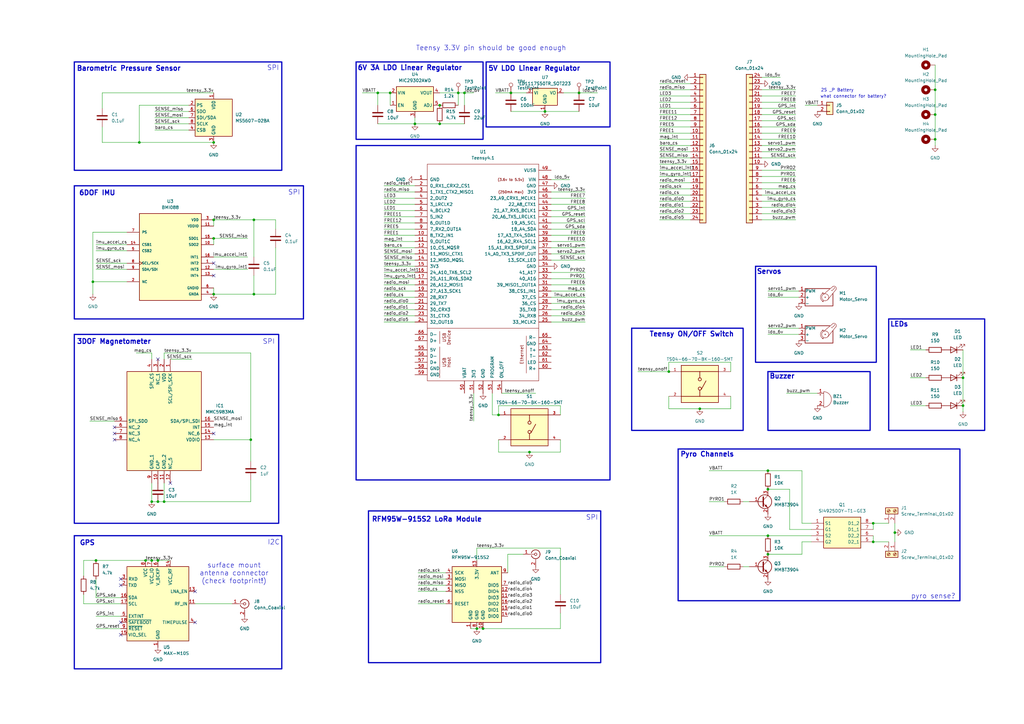
<source format=kicad_sch>
(kicad_sch (version 20231120) (generator "eeschema") (generator_version "8.0")
  (paper "A3")
  (junction (at 64.77 229.87))
  (junction (at 67.31 205.74))
  (junction (at 383.54 46.99))
  (junction (at 287.02 167.64))
  (junction (at 38.1 115.57))
  (junction (at 104.14 90.17))
  (junction (at 87.63 90.17))
  (junction (at 59.69 229.87))
  (junction (at 102.87 180.34))
  (junction (at 190.5 38.1))
  (junction (at 383.54 36.83))
  (junction (at 195.58 257.81))
  (junction (at 170.18 50.8))
  (junction (at 314.96 200.66))
  (junction (at 209.55 38.1))
  (junction (at 180.34 50.8))
  (junction (at 160.02 38.1))
  (junction (at 87.63 120.65))
  (junction (at 204.47 170.18))
  (junction (at 358.14 214.63))
  (junction (at 62.23 229.87))
  (junction (at 274.32 152.4))
  (junction (at 314.96 227.33))
  (junction (at 87.63 58.42))
  (junction (at 187.96 38.1))
  (junction (at 62.23 205.74))
  (junction (at 104.14 120.65))
  (junction (at 39.37 229.87))
  (junction (at 180.34 43.18))
  (junction (at 217.17 185.42))
  (junction (at 383.54 57.15))
  (junction (at 237.49 38.1))
  (junction (at 394.97 154.94))
  (junction (at 314.96 193.04))
  (junction (at 64.77 205.74))
  (junction (at 394.97 166.37))
  (junction (at 87.63 97.79))
  (junction (at 57.15 58.42))
  (junction (at 367.03 218.44))
  (junction (at 154.94 38.1))
  (junction (at 198.12 257.81))
  (junction (at 314.96 219.71))
  (junction (at 223.52 45.72))
  (junction (at 358.14 222.25))
  (no_connect (at 49.53 237.49))
  (no_connect (at 80.01 255.27))
  (no_connect (at 49.53 240.03))
  (no_connect (at 46.99 175.26))
  (no_connect (at 69.85 198.12))
  (no_connect (at 46.99 180.34))
  (no_connect (at 80.01 242.57))
  (no_connect (at 87.63 113.03))
  (no_connect (at 87.63 177.8))
  (no_connect (at 49.53 255.27))
  (no_connect (at 46.99 177.8))
  (no_connect (at 87.63 107.95))
  (no_connect (at 64.77 147.32))
  (no_connect (at 49.53 260.35))
  (wire (pts (xy 57.15 58.42) (xy 87.63 58.42)))
  (wire (pts (xy 171.45 247.65) (xy 182.88 247.65)))
  (wire (pts (xy 326.39 82.55) (xy 312.42 82.55)))
  (wire (pts (xy 326.39 64.77) (xy 312.42 64.77)))
  (wire (pts (xy 312.42 69.85) (xy 326.39 69.85)))
  (wire (pts (xy 101.6 105.41) (xy 87.63 105.41)))
  (wire (pts (xy 312.42 85.09) (xy 326.39 85.09)))
  (wire (pts (xy 226.06 127) (xy 240.03 127)))
  (wire (pts (xy 299.72 167.64) (xy 299.72 162.56)))
  (wire (pts (xy 383.54 46.99) (xy 383.54 57.15)))
  (wire (pts (xy 157.48 119.38) (xy 170.18 119.38)))
  (wire (pts (xy 312.42 41.91) (xy 326.39 41.91)))
  (wire (pts (xy 270.51 36.83) (xy 283.21 36.83)))
  (wire (pts (xy 187.96 38.1) (xy 180.34 38.1)))
  (wire (pts (xy 157.48 101.6) (xy 170.18 101.6)))
  (wire (pts (xy 226.06 104.14) (xy 240.03 104.14)))
  (wire (pts (xy 312.42 57.15) (xy 326.39 57.15)))
  (wire (pts (xy 240.03 91.44) (xy 226.06 91.44)))
  (wire (pts (xy 314.96 121.92) (xy 327.66 121.92)))
  (wire (pts (xy 328.93 222.25) (xy 332.74 222.25)))
  (wire (pts (xy 34.29 229.87) (xy 39.37 229.87)))
  (wire (pts (xy 38.1 115.57) (xy 52.07 115.57)))
  (wire (pts (xy 157.48 106.68) (xy 170.18 106.68)))
  (wire (pts (xy 195.58 224.79) (xy 195.58 229.87)))
  (wire (pts (xy 240.03 124.46) (xy 226.06 124.46)))
  (wire (pts (xy 383.54 59.69) (xy 383.54 57.15)))
  (wire (pts (xy 157.48 78.74) (xy 170.18 78.74)))
  (wire (pts (xy 323.85 200.66) (xy 314.96 200.66)))
  (wire (pts (xy 367.03 214.63) (xy 367.03 218.44)))
  (wire (pts (xy 226.06 96.52) (xy 240.03 96.52)))
  (wire (pts (xy 157.48 121.92) (xy 170.18 121.92)))
  (wire (pts (xy 190.5 38.1) (xy 194.31 38.1)))
  (wire (pts (xy 194.31 161.29) (xy 194.31 172.72)))
  (wire (pts (xy 270.51 54.61) (xy 283.21 54.61)))
  (wire (pts (xy 104.14 90.17) (xy 104.14 105.41)))
  (wire (pts (xy 208.28 227.33) (xy 208.28 234.95)))
  (wire (pts (xy 383.54 36.83) (xy 383.54 46.99)))
  (wire (pts (xy 229.87 251.46) (xy 229.87 257.81)))
  (wire (pts (xy 62.23 144.78) (xy 62.23 147.32)))
  (wire (pts (xy 312.42 39.37) (xy 326.39 39.37)))
  (wire (pts (xy 328.93 222.25) (xy 328.93 227.33)))
  (wire (pts (xy 299.72 152.4) (xy 299.72 148.59)))
  (wire (pts (xy 171.45 234.95) (xy 182.88 234.95)))
  (wire (pts (xy 80.01 247.65) (xy 95.25 247.65)))
  (wire (pts (xy 209.55 45.72) (xy 223.52 45.72)))
  (wire (pts (xy 274.32 167.64) (xy 287.02 167.64)))
  (wire (pts (xy 39.37 229.87) (xy 59.69 229.87)))
  (wire (pts (xy 245.11 38.1) (xy 237.49 38.1)))
  (wire (pts (xy 102.87 180.34) (xy 102.87 144.78)))
  (wire (pts (xy 358.14 219.71) (xy 358.14 222.25)))
  (wire (pts (xy 157.48 91.44) (xy 170.18 91.44)))
  (wire (pts (xy 55.88 144.78) (xy 62.23 144.78)))
  (wire (pts (xy 270.51 52.07) (xy 283.21 52.07)))
  (wire (pts (xy 104.14 120.65) (xy 87.63 120.65)))
  (wire (pts (xy 102.87 205.74) (xy 67.31 205.74)))
  (wire (pts (xy 383.54 26.67) (xy 383.54 36.83)))
  (wire (pts (xy 157.48 81.28) (xy 170.18 81.28)))
  (wire (pts (xy 59.69 229.87) (xy 62.23 229.87)))
  (wire (pts (xy 270.51 46.99) (xy 283.21 46.99)))
  (wire (pts (xy 113.03 90.17) (xy 113.03 93.98)))
  (wire (pts (xy 160.02 38.1) (xy 160.02 43.18)))
  (wire (pts (xy 205.74 161.29) (xy 219.71 161.29)))
  (wire (pts (xy 157.48 76.2) (xy 170.18 76.2)))
  (wire (pts (xy 157.48 109.22) (xy 170.18 109.22)))
  (wire (pts (xy 63.5 45.72) (xy 77.47 45.72)))
  (wire (pts (xy 314.96 219.71) (xy 332.74 219.71)))
  (wire (pts (xy 171.45 237.49) (xy 182.88 237.49)))
  (wire (pts (xy 290.83 219.71) (xy 314.96 219.71)))
  (wire (pts (xy 39.37 102.87) (xy 52.07 102.87)))
  (wire (pts (xy 226.06 83.82) (xy 240.03 83.82)))
  (wire (pts (xy 312.42 77.47) (xy 326.39 77.47)))
  (wire (pts (xy 270.51 39.37) (xy 283.21 39.37)))
  (wire (pts (xy 394.97 154.94) (xy 394.97 166.37)))
  (wire (pts (xy 240.03 93.98) (xy 226.06 93.98)))
  (wire (pts (xy 226.06 119.38) (xy 240.03 119.38)))
  (wire (pts (xy 157.48 83.82) (xy 170.18 83.82)))
  (wire (pts (xy 157.48 132.08) (xy 170.18 132.08)))
  (wire (pts (xy 312.42 62.23) (xy 326.39 62.23)))
  (wire (pts (xy 157.48 104.14) (xy 170.18 104.14)))
  (wire (pts (xy 52.07 95.25) (xy 38.1 95.25)))
  (wire (pts (xy 154.94 50.8) (xy 170.18 50.8)))
  (wire (pts (xy 226.06 129.54) (xy 240.03 129.54)))
  (wire (pts (xy 226.06 99.06) (xy 240.03 99.06)))
  (wire (pts (xy 104.14 90.17) (xy 113.03 90.17)))
  (wire (pts (xy 312.42 36.83) (xy 326.39 36.83)))
  (wire (pts (xy 64.77 229.87) (xy 69.85 229.87)))
  (wire (pts (xy 87.63 90.17) (xy 104.14 90.17)))
  (wire (pts (xy 270.51 67.31) (xy 283.21 67.31)))
  (wire (pts (xy 226.06 73.66) (xy 233.68 73.66)))
  (wire (pts (xy 270.51 74.93) (xy 283.21 74.93)))
  (wire (pts (xy 171.45 242.57) (xy 182.88 242.57)))
  (wire (pts (xy 34.29 247.65) (xy 49.53 247.65)))
  (wire (pts (xy 39.37 100.33) (xy 52.07 100.33)))
  (wire (pts (xy 270.51 80.01) (xy 283.21 80.01)))
  (wire (pts (xy 39.37 237.49) (xy 39.37 245.11)))
  (wire (pts (xy 157.48 86.36) (xy 170.18 86.36)))
  (wire (pts (xy 358.14 214.63) (xy 358.14 217.17)))
  (wire (pts (xy 270.51 57.15) (xy 283.21 57.15)))
  (wire (pts (xy 270.51 49.53) (xy 283.21 49.53)))
  (wire (pts (xy 326.39 52.07) (xy 312.42 52.07)))
  (wire (pts (xy 41.91 38.1) (xy 87.63 38.1)))
  (wire (pts (xy 62.23 198.12) (xy 62.23 205.74)))
  (wire (pts (xy 41.91 58.42) (xy 41.91 52.07)))
  (wire (pts (xy 304.8 232.41) (xy 307.34 232.41)))
  (wire (pts (xy 270.51 34.29) (xy 283.21 34.29)))
  (wire (pts (xy 240.03 88.9) (xy 226.06 88.9)))
  (wire (pts (xy 190.5 38.1) (xy 187.96 38.1)))
  (wire (pts (xy 240.03 86.36) (xy 226.06 86.36)))
  (wire (pts (xy 154.94 38.1) (xy 160.02 38.1)))
  (wire (pts (xy 323.85 217.17) (xy 323.85 200.66)))
  (wire (pts (xy 229.87 170.18) (xy 229.87 166.37)))
  (wire (pts (xy 229.87 257.81) (xy 198.12 257.81)))
  (wire (pts (xy 63.5 50.8) (xy 77.47 50.8)))
  (wire (pts (xy 39.37 257.81) (xy 49.53 257.81)))
  (wire (pts (xy 328.93 214.63) (xy 328.93 193.04)))
  (wire (pts (xy 102.87 205.74) (xy 102.87 196.85)))
  (wire (pts (xy 270.51 41.91) (xy 283.21 41.91)))
  (wire (pts (xy 223.52 45.72) (xy 237.49 45.72)))
  (wire (pts (xy 240.03 121.92) (xy 226.06 121.92)))
  (wire (pts (xy 102.87 144.78) (xy 67.31 144.78)))
  (wire (pts (xy 326.39 80.01) (xy 312.42 80.01)))
  (wire (pts (xy 312.42 87.63) (xy 326.39 87.63)))
  (wire (pts (xy 157.48 96.52) (xy 170.18 96.52)))
  (wire (pts (xy 330.2 43.18) (xy 335.28 43.18)))
  (wire (pts (xy 78.74 147.32) (xy 69.85 147.32)))
  (wire (pts (xy 231.14 38.1) (xy 237.49 38.1)))
  (wire (pts (xy 180.34 50.8) (xy 190.5 50.8)))
  (wire (pts (xy 39.37 245.11) (xy 49.53 245.11)))
  (wire (pts (xy 328.93 227.33) (xy 314.96 227.33)))
  (wire (pts (xy 312.42 31.75) (xy 320.04 31.75)))
  (wire (pts (xy 157.48 93.98) (xy 170.18 93.98)))
  (wire (pts (xy 261.62 152.4) (xy 274.32 152.4)))
  (wire (pts (xy 270.51 82.55) (xy 283.21 82.55)))
  (wire (pts (xy 314.96 193.04) (xy 328.93 193.04)))
  (wire (pts (xy 226.06 111.76) (xy 240.03 111.76)))
  (wire (pts (xy 204.47 166.37) (xy 204.47 170.18)))
  (wire (pts (xy 195.58 224.79) (xy 229.87 224.79)))
  (wire (pts (xy 270.51 87.63) (xy 283.21 87.63)))
  (wire (pts (xy 39.37 107.95) (xy 52.07 107.95)))
  (wire (pts (xy 373.38 166.37) (xy 379.73 166.37)))
  (wire (pts (xy 154.94 38.1) (xy 154.94 43.18)))
  (wire (pts (xy 314.96 134.62) (xy 327.66 134.62)))
  (wire (pts (xy 326.39 44.45) (xy 312.42 44.45)))
  (wire (pts (xy 157.48 129.54) (xy 170.18 129.54)))
  (wire (pts (xy 67.31 144.78) (xy 67.31 147.32)))
  (wire (pts (xy 304.8 205.74) (xy 307.34 205.74)))
  (wire (pts (xy 270.51 59.69) (xy 283.21 59.69)))
  (wire (pts (xy 190.5 38.1) (xy 190.5 43.18)))
  (wire (pts (xy 226.06 114.3) (xy 240.03 114.3)))
  (wire (pts (xy 87.63 97.79) (xy 87.63 100.33)))
  (wire (pts (xy 328.93 214.63) (xy 332.74 214.63)))
  (wire (pts (xy 274.32 148.59) (xy 274.32 152.4)))
  (wire (pts (xy 34.29 236.22) (xy 34.29 229.87)))
  (wire (pts (xy 157.48 124.46) (xy 170.18 124.46)))
  (wire (pts (xy 270.51 69.85) (xy 283.21 69.85)))
  (wire (pts (xy 326.39 49.53) (xy 312.42 49.53)))
  (wire (pts (xy 312.42 74.93) (xy 326.39 74.93)))
  (wire (pts (xy 217.17 185.42) (xy 229.87 185.42)))
  (wire (pts (xy 171.45 240.03) (xy 182.88 240.03)))
  (wire (pts (xy 195.58 257.81) (xy 198.12 257.81)))
  (wire (pts (xy 226.06 78.74) (xy 240.03 78.74)))
  (wire (pts (xy 287.02 167.64) (xy 299.72 167.64)))
  (wire (pts (xy 38.1 95.25) (xy 38.1 115.57)))
  (wire (pts (xy 34.29 243.84) (xy 34.29 247.65)))
  (wire (pts (xy 102.87 189.23) (xy 102.87 180.34)))
  (wire (pts (xy 101.6 97.79) (xy 87.63 97.79)))
  (wire (pts (xy 201.93 170.18) (xy 201.93 161.29)))
  (wire (pts (xy 229.87 224.79) (xy 229.87 243.84)))
  (wire (pts (xy 157.48 111.76) (xy 170.18 111.76)))
  (wire (pts (xy 187.96 38.1) (xy 187.96 43.18)))
  (wire (pts (xy 104.14 113.03) (xy 104.14 120.65)))
  (wire (pts (xy 290.83 205.74) (xy 297.18 205.74)))
  (wire (pts (xy 312.42 54.61) (xy 326.39 54.61)))
  (wire (pts (xy 204.47 185.42) (xy 217.17 185.42)))
  (wire (pts (xy 290.83 193.04) (xy 314.96 193.04)))
  (wire (pts (xy 270.51 72.39) (xy 283.21 72.39)))
  (wire (pts (xy 208.28 227.33) (xy 214.63 227.33)))
  (wire (pts (xy 270.51 62.23) (xy 283.21 62.23)))
  (wire (pts (xy 358.14 214.63) (xy 364.49 214.63)))
  (wire (pts (xy 77.47 43.18) (xy 57.15 43.18)))
  (wire (pts (xy 274.32 162.56) (xy 274.32 167.64)))
  (wire (pts (xy 87.63 90.17) (xy 87.63 92.71)))
  (wire (pts (xy 41.91 58.42) (xy 57.15 58.42)))
  (wire (pts (xy 209.55 38.1) (xy 215.9 38.1)))
  (wire (pts (xy 394.97 168.91) (xy 394.97 166.37)))
  (wire (pts (xy 204.47 180.34) (xy 204.47 185.42)))
  (wire (pts (xy 226.06 116.84) (xy 240.03 116.84)))
  (wire (pts (xy 229.87 180.34) (xy 229.87 185.42)))
  (wire (pts (xy 170.18 50.8) (xy 180.34 50.8)))
  (wire (pts (xy 290.83 232.41) (xy 297.18 232.41)))
  (wire (pts (xy 326.39 90.17) (xy 312.42 90.17)))
  (wire (pts (xy 373.38 143.51) (xy 379.73 143.51)))
  (wire (pts (xy 373.38 154.94) (xy 379.73 154.94)))
  (wire (pts (xy 367.03 218.44) (xy 367.03 222.25)))
  (wire (pts (xy 157.48 127) (xy 170.18 127)))
  (wire (pts (xy 101.6 110.49) (xy 87.63 110.49)))
  (wire (pts (xy 229.87 166.37) (xy 204.47 166.37)))
  (wire (pts (xy 394.97 143.51) (xy 394.97 154.94)))
  (wire (pts (xy 157.48 116.84) (xy 170.18 116.84)))
  (wire (pts (xy 312.42 72.39) (xy 326.39 72.39)))
  (wire (pts (xy 170.18 50.8) (xy 170.18 48.26)))
  (wire (pts (xy 67.31 205.74) (xy 67.31 198.12)))
  (wire (pts (xy 41.91 38.1) (xy 41.91 44.45)))
  (wire (pts (xy 270.51 85.09) (xy 283.21 85.09)))
  (wire (pts (xy 87.63 180.34) (xy 102.87 180.34)))
  (wire (pts (xy 203.2 38.1) (xy 209.55 38.1)))
  (wire (pts (xy 38.1 120.65) (xy 38.1 115.57)))
  (wire (pts (xy 64.77 205.74) (xy 67.31 205.74)))
  (wire (pts (xy 270.51 64.77) (xy 283.21 64.77)))
  (wire (pts (xy 314.96 119.38) (xy 327.66 119.38)))
  (wire (pts (xy 226.06 101.6) (xy 240.03 101.6)))
  (wire (pts (xy 274.32 148.59) (xy 299.72 148.59)))
  (wire (pts (xy 157.48 88.9) (xy 170.18 88.9)))
  (wire (pts (xy 226.06 81.28) (xy 240.03 81.28)))
  (wire (pts (xy 62.23 205.74) (xy 64.77 205.74)))
  (wire (pts (xy 157.48 114.3) (xy 170.18 114.3)))
  (wire (pts (xy 201.93 170.18) (xy 204.47 170.18)))
  (wire (pts (xy 113.03 101.6) (xy 113.03 120.65)))
  (wire (pts (xy 270.51 90.17) (xy 283.21 90.17)))
  (wire (pts (xy 57.15 43.18) (xy 57.15 58.42)))
  (wire (pts (xy 332.74 217.17) (xy 323.85 217.17)))
  (wire (pts (xy 63.5 48.26) (xy 77.47 48.26)))
  (wire (pts (xy 314.96 137.16) (xy 327.66 137.16)))
  (wire (pts (xy 87.63 118.11) (xy 87.63 120.65)))
  (wire (pts (xy 240.03 106.68) (xy 226.06 106.68)))
  (wire (pts (xy 148.59 38.1) (xy 154.94 38.1)))
  (wire (pts (xy 39.37 110.49) (xy 52.07 110.49)))
  (wire (pts (xy 326.39 46.99) (xy 312.42 46.99)))
  (wire (pts (xy 113.03 120.65) (xy 104.14 120.65)))
  (wire (pts (xy 270.51 77.47) (xy 283.21 77.47)))
  (wire (pts (xy 62.23 229.87) (xy 64.77 229.87)))
  (wire (pts (xy 39.37 252.73) (xy 49.53 252.73)))
  (wire (pts (xy 240.03 132.08) (xy 226.06 132.08)))
  (wire (pts (xy 193.04 257.81) (xy 195.58 257.81)))
  (wire (pts (xy 322.58 161.29) (xy 335.28 161.29)))
  (wire (pts (xy 157.48 99.06) (xy 170.18 99.06)))
  (wire (pts (xy 312.42 59.69) (xy 326.39 59.69)))
  (wire (pts (xy 63.5 53.34) (xy 77.47 53.34)))
  (wire (pts (xy 270.51 44.45) (xy 283.21 44.45)))
  (wire (pts (xy 358.14 222.25) (xy 364.49 222.25)))
  (wire (pts (xy 36.83 172.72) (xy 46.99 172.72)))
  (rectangle (start 278.13 184.15) (end 393.7 246.38) (stroke (width 0.5)))
  (rectangle (start 314.96 152.4) (end 356.87 176.53) (stroke (width 0.5)))
  (rectangle (start 30.48 137.16) (end 114.3 214.63) (stroke (width 0.5)))
  (rectangle (start 30.48 25.4) (end 115.57 69.85) (stroke (width 0.5)))
  (rectangle (start 146.05 59.69) (end 250.19 196.85) (stroke (width 0.5)))
  (rectangle (start 259.08 134.62) (end 304.8 176.53) (stroke (width 0.5)))
  (rectangle (start 30.48 219.71) (end 115.57 274.32) (stroke (width 0.5)))
  (rectangle (start 151.13 209.55) (end 246.38 271.78) (stroke (width 0.5)))
  (rectangle (start 30.48 76.2) (end 124.46 130.81) (stroke (width 0.5)))
  (rectangle (start 199.39 25.4) (end 250.19 52.07) (stroke (width 0.5)))
  (rectangle (start 364.49 130.81) (end 403.86 176.53) (stroke (width 0.5)))
  (rectangle (start 146.05 25.4) (end 198.12 57.15) (stroke (width 0.5)))
  (rectangle (start 309.88 109.22) (end 359.41 148.59) (stroke (width 0.5)))
  (text "SPI" (at 112.014 27.94 0) (effects (font (size 2 2))))
  (text "5V LDO Linear Regulator" (at 200.152 28.194 0) (effects (font (size 2 2) (thickness 0.4) (bold yes)) (justify left)))
  (text "SPI" (at 110.236 140.208 0) (effects (font (size 2 2))))
  (text "LEDs" (at 368.808 133.096 0) (effects (font (size 2 2) (thickness 0.4) (bold yes))))
  (text "GPS" (at 35.814 222.758 0) (effects (font (size 2 2) (thickness 0.4) (bold yes))))
  (text "SPI" (at 120.65 78.994 0) (effects (font (size 2 2))))
  (text "Barometric Pressure Sensor\n" (at 52.832 28.194 0) (effects (font (size 2 2) (thickness 0.4) (bold yes))))
  (text "surface mount\nantenna connector\n(check footprint!)\n" (at 96.012 235.204 0) (effects (font (size 2 2))))
  (text "pyro sense?" (at 382.778 244.602 0) (effects (font (size 2 2))))
  (text "SPI" (at 242.824 212.344 0) (effects (font (size 2 2))))
  (text "2S _P Battery" (at 343.408 37.084 0) (effects (font (size 1.27 1.27))))
  (text "Teensy 3.3V pin should be good enough" (at 201.422 19.812 0) (effects (font (size 2 2))))
  (text "3DOF Magnetometer\n" (at 46.736 140.208 0) (effects (font (size 2 2) (thickness 0.4) (bold yes))))
  (text "6DOF IMU" (at 39.878 79.248 0) (effects (font (size 2 2) (thickness 0.4) (bold yes))))
  (text "Servos\n" (at 315.468 111.506 0) (effects (font (size 2 2) (thickness 0.4) (bold yes))))
  (text "Teensy ON/OFF Switch" (at 283.718 137.16 0) (effects (font (size 2 2) (thickness 0.4) (bold yes))))
  (text "Buzzer" (at 320.802 154.432 0) (effects (font (size 2 2) (thickness 0.4) (bold yes))))
  (text "RFM95W-915S2 LoRa Module" (at 152.4 213.106 0) (effects (font (size 2 2) (thickness 0.4) (bold yes)) (justify left)))
  (text "what connector for battery?" (at 350.012 39.624 0) (effects (font (size 1.27 1.27))))
  (text "Pyro Channels" (at 290.068 186.436 0) (effects (font (size 2 2) (thickness 0.4) (bold yes))))
  (text "I2C" (at 112.268 222.504 0) (effects (font (size 2 2))))
  (text "6V 3A LDO Linear Regulator" (at 146.558 27.94 0) (effects (font (size 2 2) (thickness 0.4) (bold yes)) (justify left)))
  (label "GPS_sda" (at 240.03 93.98 180))
  (label "FREE12" (at 157.48 91.44 0))
  (label "LED3" (at 373.38 166.37 0))
  (label "radio_cs" (at 157.48 121.92 0))
  (label "ldo_5v" (at 233.68 73.66 180))
  (label "FREE9" (at 326.39 54.61 180))
  (label "radio_reset" (at 171.45 247.65 0))
  (label "teensy_3.3v" (at 59.69 229.87 0))
  (label "SENSE_miso" (at 101.6 97.79 180))
  (label "GPS_int" (at 240.03 86.36 180))
  (label "VBATT" (at 290.83 219.71 0))
  (label "radio_dio0" (at 208.28 252.73 0))
  (label "imu_gyro_cs" (at 240.03 124.46 180))
  (label "radio_dio2" (at 208.28 247.65 0))
  (label "radio_dio2" (at 157.48 129.54 0))
  (label "GPS_int" (at 39.37 252.73 0))
  (label "teensy_3.3v" (at 194.31 172.72 90))
  (label "FREE1" (at 270.51 54.61 0))
  (label "FREE5" (at 270.51 52.07 0))
  (label "radio_mosi" (at 270.51 74.93 0))
  (label "ldo_5v" (at 245.11 38.1 180))
  (label "LED2" (at 373.38 154.94 0))
  (label "radio_dio5" (at 157.48 132.08 0))
  (label "GPS_sda" (at 39.37 245.11 0))
  (label "imu_gyro_int1" (at 270.51 72.39 0))
  (label "VBATT" (at 148.59 38.1 0))
  (label "radio_mosi" (at 157.48 116.84 0))
  (label "mag_cs" (at 240.03 119.38 180))
  (label "GPS_scl" (at 240.03 91.44 180))
  (label "GPS_sda" (at 326.39 52.07 180))
  (label "PYRO2" (at 240.03 111.76 180))
  (label "radio_dio0" (at 270.51 82.55 0))
  (label "baro_cs" (at 157.48 101.6 0))
  (label "servo1_pwm" (at 326.39 59.69 180))
  (label "SENSE_mosi" (at 39.37 110.49 0))
  (label "imu_accel_int1" (at 157.48 111.76 0))
  (label "FREE8" (at 326.39 41.91 180))
  (label "radio_dio4" (at 240.03 127 180))
  (label "SENSE_mosi" (at 63.5 48.26 0))
  (label "FREE9" (at 240.03 96.52 180))
  (label "teensy_3.3v" (at 157.48 109.22 0))
  (label "SENSE_sck" (at 240.03 106.68 180))
  (label "LED1" (at 157.48 86.36 0))
  (label "PYRO1" (at 240.03 114.3 180))
  (label "teensy_3.3v" (at 87.63 38.1 180))
  (label "radio_dio3" (at 208.28 245.11 0))
  (label "imu_accel_cs" (at 240.03 121.92 180))
  (label "GPS_reset" (at 240.03 88.9 180))
  (label "LED1" (at 373.38 143.51 0))
  (label "FREE7" (at 326.39 39.37 180))
  (label "servo2_pwm" (at 314.96 134.62 0))
  (label "teensy_onoff" (at 261.62 152.4 0))
  (label "radio_sck" (at 157.48 119.38 0))
  (label "LED1" (at 270.51 44.45 0))
  (label "radio_dio5" (at 270.51 90.17 0))
  (label "GPS_reset" (at 326.39 46.99 180))
  (label "FREE11" (at 270.51 46.99 0))
  (label "SENSE_miso" (at 270.51 64.77 0))
  (label "servo1_pwm" (at 240.03 101.6 180))
  (label "mag_cs" (at 326.39 77.47 180))
  (label "radio_cs" (at 270.51 80.01 0))
  (label "SENSE_sck" (at 63.5 50.8 0))
  (label "imu_gyro_cs" (at 326.39 82.55 180))
  (label "teensy_3.3v" (at 240.03 78.74 180))
  (label "imu_accel_cs" (at 39.37 100.33 0))
  (label "radio_dio0" (at 157.48 124.46 0))
  (label "SENSE_mosi" (at 270.51 62.23 0))
  (label "radio_sck" (at 270.51 77.47 0))
  (label "radio_miso" (at 157.48 78.74 0))
  (label "teensy_3.3v" (at 67.31 144.78 0))
  (label "imu_gyro_int1" (at 157.48 114.3 0))
  (label "radio_dio1" (at 270.51 85.09 0))
  (label "FREE12" (at 270.51 49.53 0))
  (label "radio_dio2" (at 270.51 87.63 0))
  (label "baro_cs" (at 63.5 53.34 0))
  (label "FREE5" (at 157.48 93.98 0))
  (label "imu_accel_cs" (at 326.39 80.01 180))
  (label "PYRO1" (at 326.39 72.39 180))
  (label "SENSE_mosi" (at 157.48 104.14 0))
  (label "radio_cs" (at 171.45 242.57 0))
  (label "servo2_pwm" (at 326.39 62.23 180))
  (label "mag_cs" (at 62.23 144.78 180))
  (label "LED2" (at 157.48 83.82 0))
  (label "PYRO2" (at 326.39 69.85 180))
  (label "FREE10" (at 326.39 57.15 180))
  (label "imu_accel_int1" (at 270.51 69.85 0))
  (label "GPS_scl" (at 39.37 247.65 0))
  (label "buzz_pwm" (at 326.39 90.17 180))
  (label "mag_int" (at 270.51 57.15 0))
  (label "LED2" (at 270.51 41.91 0))
  (label "buzz_pwm" (at 322.58 161.29 0))
  (label "FREE6" (at 326.39 74.93 180))
  (label "mag_int" (at 87.63 175.26 0))
  (label "imu_gyro_int1" (at 101.6 110.49 180))
  (label "VBATT" (at 203.2 38.1 0))
  (label "GPS_int" (at 326.39 44.45 180))
  (label "radio_dio4" (at 326.39 85.09 180))
  (label "PYRO1" (at 290.83 205.74 0))
  (label "ldo_6v" (at 190.5 38.1 0))
  (label "LED3" (at 157.48 81.28 0))
  (label "FREE1" (at 157.48 96.52 0))
  (label "teensy_3.3v" (at 270.51 67.31 0))
  (label "servo1_pwm" (at 314.96 119.38 0))
  (label "SENSE_miso" (at 36.83 172.72 0))
  (label "SENSE_miso" (at 157.48 106.68 0))
  (label "ldo_6v" (at 314.96 121.92 0))
  (label "VBATT" (at 330.2 43.18 0))
  (label "SENSE_sck" (at 326.39 64.77 180))
  (label "baro_cs" (at 270.51 59.69 0))
  (label "teensy_onoff" (at 207.01 161.29 0))
  (label "radio_miso" (at 171.45 240.03 0))
  (label "mag_int" (at 157.48 99.06 0))
  (label "GPS_reset" (at 39.37 257.81 0))
  (label "radio_reset" (at 270.51 34.29 0))
  (label "SENSE_miso" (at 63.5 45.72 0))
  (label "FREE7" (at 240.03 81.28 180))
  (label "radio_miso" (at 270.51 36.83 0))
  (label "imu_gyro_cs" (at 39.37 102.87 0))
  (label "buzz_pwm" (at 240.03 132.08 180))
  (label "LED3" (at 270.51 39.37 0))
  (label "radio_dio1" (at 208.28 250.19 0))
  (label "radio_dio3" (at 326.39 87.63 180))
  (label "SENSE_mosi" (at 87.63 172.72 0))
  (label "radio_dio5" (at 208.28 240.03 0))
  (label "PYRO2" (at 290.83 232.41 0))
  (label "imu_accel_int1" (at 101.6 105.41 180))
  (label "teensy_3.3v" (at 87.63 90.17 0))
  (label "SENSE_sck" (at 78.74 147.32 180))
  (label "GPS_scl" (at 326.39 49.53 180))
  (label "radio_mosi" (at 171.45 237.49 0))
  (label "ldo_6v" (at 314.96 137.16 0))
  (label "servo2_pwm" (at 240.03 104.14 180))
  (label "radio_reset" (at 157.48 76.2 0))
  (label "FREE6" (at 240.03 116.84 180))
  (label "radio_dio3" (at 240.03 129.54 180))
  (label "FREE10" (at 240.03 99.06 180))
  (label "FREE8" (at 240.03 83.82 180))
  (label "radio_dio1" (at 157.48 127 0))
  (label "SENSE_sck" (at 39.37 107.95 0))
  (label "teensy_3.3v" (at 326.39 36.83 180))
  (label "VBATT" (at 290.83 193.04 0))
  (label "teensy_3.3v" (at 195.58 224.79 0))
  (label "FREE11" (at 157.48 88.9 0))
  (label "radio_sck" (at 171.45 234.95 0))
  (label "ldo_5v" (at 320.04 31.75 180))
  (label "radio_dio4" (at 208.28 242.57 0))
  (symbol (lib_id "HPRsymbols:Teensy4.1") (at 198.12 128.27 0) (unit 1)
    (property "Reference" "U1" (at 198.12 62.23 0))
    (property "Value" "Teensy4.1" (at 198.12 64.77 0))
    (property "Footprint" "HPRfootprints:Teensy41" (effects (hide yes)))
  )
  (symbol (lib_id "Regulator_Linear:LD1117S50TR_SOT223") (at 223.52 38.1 0) (unit 1)
    (property "Reference" "U7" (at 223.52 31.75 0))
    (property "Value" "LD1117S50TR_SOT223" (at 223.52 34.29 0))
    (property "Footprint" "Package_TO_SOT_SMD:SOT-223-3_TabPin2" (effects (hide yes)))
    (property "Datasheet" "http://www.st.com/st-web-ui/static/active/en/resource/technical/document/datasheet/CD00000544.pdf" (effects (hide yes)))
    (property "Description" "800mA Fixed Low Drop Positive Voltage Regulator, Fixed Output 5.0V, SOT-223" (effects (hide yes)))
  )
  (symbol (lib_id "power:GND") (at 335.28 45.72 0) (unit 1)
    (property "Reference" "#PWR019" (effects (hide yes)))
    (property "Value" "GND" (at 335.28 50.8 0))
    (property "Description" "Power symbol creates a global label with name \"GND\" , ground" (effects (hide yes)))
  )
  (symbol (lib_id "power:GND") (at 38.1 120.65 0) (unit 1)
    (property "Reference" "#PWR09" (effects (hide yes)))
    (property "Value" "GND" (at 38.1 125.73 0))
    (property "Description" "Power symbol creates a global label with name \"GND\" , ground" (effects (hide yes)))
  )
  (symbol (lib_id "Device:C") (at 104.14 109.22 0) (unit 1)
    (property "Reference" "C5" (at 107.95 107.9499 0) (effects (justify left)))
    (property "Value" "0.1uF" (at 107.95 110.4899 0) (effects (justify left)))
    (property "Footprint" "Capacitor_SMD:C_0201_0603Metric_Pad0.64x0.40mm_HandSolder" (effects (hide yes)))
    (property "Description" "Unpolarized capacitor" (effects (hide yes)))
  )
  (symbol (lib_id "RF_Module:RFM95W-915S2") (at 195.58 242.57 0) (unit 1)
    (property "Reference" "U6" (at 185.166 226.06 0) (effects (justify left)))
    (property "Value" "RFM95W-915S2" (at 185.166 228.6 0) (effects (justify left)))
    (property "Footprint" "RF_Module:HOPERF_RFM9XW_SMD" (effects (hide yes)))
    (property "Datasheet" "https://www.hoperf.com/data/upload/portal/20181127/5bfcbea20e9ef.pdf" (effects (hide yes)))
    (property "Description" "Low power long range transceiver module, SPI and parallel interface, 915 MHz, spreading factor 6 to12, bandwidth 7.8 to 500kHz, -111 to -148 dBm, SMD-16, DIP-16" (effects (hide yes)))
  )
  (symbol (lib_id "power:GND") (at 62.23 205.74 0) (unit 1)
    (property "Reference" "#PWR04" (effects (hide yes)))
    (property "Value" "GND" (at 62.23 210.82 0))
    (property "Description" "Power symbol creates a global label with name \"GND\" , ground" (effects (hide yes)))
  )
  (symbol (lib_id "power:GND") (at 87.63 58.42 0) (unit 1)
    (property "Reference" "#PWR02" (effects (hide yes)))
    (property "Value" "GND" (at 87.63 63.5 0))
    (property "Description" "Power symbol creates a global label with name \"GND\" , ground" (effects (hide yes)))
  )
  (symbol (lib_id "HPRsymbols:TS04-66-70-BK-160-SMT") (at 287.02 157.48 0) (unit 1)
    (property "Reference" "S2" (at 287.02 144.78 0))
    (property "Value" "TS04-66-70-BK-160-SMT" (at 287.02 147.32 0))
    (property "Footprint" "HPRfootprints:SW_TS04-66-70-BK-160-SMT" (effects (hide yes)))
    (property "PARTREV" "1.0" (effects (hide yes)))
    (property "MANUFACTURER" "CUI Devices" (effects (hide yes)))
    (property "STANDARD" "Manufacturer Recommendations" (effects (hide yes)))
  )
  (symbol (lib_id "power:GND") (at 226.06 76.2 90) (unit 1)
    (property "Reference" "#PWR012" (effects (hide yes)))
    (property "Value" "GND" (at 229.87 76.1999 90) (effects (justify right)))
    (property "Description" "Power symbol creates a global label with name \"GND\" , ground" (effects (hide yes)))
  )
  (symbol (lib_id "Device:LED") (at 391.16 143.51 180) (unit 1)
    (property "Reference" "D1" (at 392.7475 135.89 0))
    (property "Value" "LED" (at 392.7475 138.43 0))
    (property "Footprint" "LED_SMD:LED_0201_0603Metric_Pad0.64x0.40mm_HandSolder" (effects (hide yes)))
    (property "Description" "Light emitting diode" (effects (hide yes)))
  )
  (symbol (lib_id "power:GND") (at 314.96 237.49 0) (unit 1)
    (property "Reference" "#PWR06" (effects (hide yes)))
    (property "Value" "GND" (at 314.96 242.57 0))
    (property "Description" "Power symbol creates a global label with name \"GND\" , ground" (effects (hide yes)))
  )
  (symbol (lib_id "power:GND") (at 335.28 166.37 0) (unit 1)
    (property "Reference" "#PWR020" (effects (hide yes)))
    (property "Value" "GND" (at 335.28 171.45 0))
    (property "Description" "Power symbol creates a global label with name \"GND\" , ground" (effects (hide yes)))
  )
  (symbol (lib_id "Device:C") (at 237.49 41.91 0) (unit 1)
    (property "Reference" "C7" (at 241.3 40.6399 0) (effects (justify left)))
    (property "Value" "10uF" (at 241.3 43.1799 0) (effects (justify left)))
    (property "Footprint" "Capacitor_SMD:C_0201_0603Metric_Pad0.64x0.40mm_HandSolder" (effects (hide yes)))
    (property "Description" "Unpolarized capacitor" (effects (hide yes)))
  )
  (symbol (lib_id "Transistor_BJT:MMBT3904") (at 312.42 205.74 0) (unit 1)
    (property "Reference" "Q2" (at 317.5 204.4699 0) (effects (justify left)))
    (property "Value" "MMBT3904" (at 317.5 207.0099 0) (effects (justify left)))
    (property "Footprint" "Package_TO_SOT_SMD:SOT-23" (effects (hide yes)))
    (property "Datasheet" "https://www.onsemi.com/pdf/datasheet/pzt3904-d.pdf" (effects (hide yes)))
    (property "Description" "0.2A Ic, 40V Vce, Small Signal NPN Transistor, SOT-23" (effects (hide yes)))
  )
  (symbol (lib_id "HPRsymbols:TS04-66-70-BK-160-SMT") (at 217.17 175.26 0) (unit 1)
    (property "Reference" "S1" (at 217.17 162.56 0))
    (property "Value" "TS04-66-70-BK-160-SMT" (at 217.17 165.1 0))
    (property "Footprint" "HPRfootprints:SW_TS04-66-70-BK-160-SMT" (effects (hide yes)))
    (property "PARTREV" "1.0" (effects (hide yes)))
    (property "MANUFACTURER" "CUI Devices" (effects (hide yes)))
    (property "STANDARD" "Manufacturer Recommendations" (effects (hide yes)))
  )
  (symbol (lib_id "HPRsymbols:SI4925DDY-T1-GE3") (at 332.74 214.63 0) (unit 1)
    (property "Reference" "Q1" (at 345.44 207.01 0))
    (property "Value" "SI4925DDY-T1-GE3" (at 345.44 209.55 0))
    (property "Footprint" "HPRfootprints:SOIC127P600X175-8N" (effects (hide yes)))
    (property "Datasheet" "https://www.vishay.com/docs/68969/si4925dd.pdf" (effects (hide yes)))
    (property "Description" "Vishay SI4925DDY-T1-GE3 Dual P-channel MOSFET Transistor, 8 A, 30 V, 8-Pin SOIC" (effects (hide yes)))
    (property "Height" "1.75" (effects (hide yes)))
    (property "Mouser Part Number" "781-SI4925DDY-GE3" (effects (hide yes)))
    (property "Mouser Price/Stock" "https://www.mouser.co.uk/ProductDetail/Vishay-Semiconductors/SI4925DDY-T1-GE3?qs=ru2xu5lizsDqm0sSdBYmQg%3D%3D" (effects (hide yes)))
    (property "Manufacturer_Name" "Vishay" (effects (hide yes)))
    (property "Manufacturer_Part_Number" "SI4925DDY-T1-GE3" (effects (hide yes)))
  )
  (symbol (lib_id "Device:C") (at 229.87 247.65 0) (unit 1)
    (property "Reference" "C10" (at 233.68 246.3799 0) (effects (justify left)))
    (property "Value" "10uF" (at 233.68 248.9199 0) (effects (justify left)))
    (property "Footprint" "Capacitor_SMD:C_0201_0603Metric_Pad0.64x0.40mm_HandSolder" (effects (hide yes)))
    (property "Description" "Unpolarized capacitor" (effects (hide yes)))
  )
  (symbol (lib_id "Connector:Conn_Coaxial") (at 100.33 247.65 0) (unit 1)
    (property "Reference" "J8" (at 104.14 246.6731 0) (effects (justify left)))
    (property "Value" "Conn_Coaxial" (at 104.14 249.2131 0) (effects (justify left)))
    (property "Footprint" "Connector_Coaxial:SMA_Amphenol_132134-10_Vertical" (effects (hide yes)))
    (property "Description" "coaxial connector (BNC, SMA, SMB, SMC, Cinch/RCA, LEMO, ...)" (effects (hide yes)))
  )
  (symbol (lib_id "Device:C") (at 154.94 46.99 0) (unit 1)
    (property "Reference" "C8" (at 158.75 45.7199 0) (effects (justify left)))
    (property "Value" "10uF" (at 158.75 48.2599 0) (effects (justify left)))
    (property "Footprint" "Capacitor_SMD:C_0201_0603Metric_Pad0.64x0.40mm_HandSolder" (effects (hide yes)))
    (property "Description" "Unpolarized capacitor" (effects (hide yes)))
  )
  (symbol (lib_id "power:GND") (at 219.71 232.41 0) (unit 1)
    (property "Reference" "#PWR026" (effects (hide yes)))
    (property "Value" "GND" (at 219.71 237.49 0))
    (property "Description" "Power symbol creates a global label with name \"GND\" , ground" (effects (hide yes)))
  )
  (symbol (lib_id "Device:R") (at 39.37 233.68 0) (unit 1)
    (property "Reference" "R7" (at 41.91 232.4099 0) (effects (justify left)))
    (property "Value" "4.7k" (at 41.91 234.9499 0) (effects (justify left)))
    (property "Footprint" "Resistor_SMD:R_0201_0603Metric_Pad0.64x0.40mm_HandSolder" (effects (hide yes)))
    (property "Description" "Resistor" (effects (hide yes)))
  )
  (symbol (lib_id "Device:LED") (at 391.16 154.94 180) (unit 1)
    (property "Reference" "D2" (at 392.7475 147.32 0))
    (property "Value" "LED" (at 392.7475 149.86 0))
    (property "Footprint" "LED_SMD:LED_0201_0603Metric_Pad0.64x0.40mm_HandSolder" (effects (hide yes)))
    (property "Description" "Light emitting diode" (effects (hide yes)))
  )
  (symbol (lib_id "power:GND") (at 383.54 59.69 0) (unit 1)
    (property "Reference" "#PWR017" (effects (hide yes)))
    (property "Value" "GND" (at 383.54 64.77 0))
    (property "Description" "Power symbol creates a global label with name \"GND\" , ground" (effects (hide yes)))
  )
  (symbol (lib_id "power:GND") (at 327.66 124.46 0) (unit 1)
    (property "Reference" "#PWR022" (effects (hide yes)))
    (property "Value" "GND" (at 327.66 129.54 0))
    (property "Description" "Power symbol creates a global label with name \"GND\" , ground" (effects (hide yes)))
  )
  (symbol (lib_id "Connector:Conn_Coaxial") (at 219.71 227.33 0) (unit 1)
    (property "Reference" "J9" (at 223.52 226.3531 0) (effects (justify left)))
    (property "Value" "Conn_Coaxial" (at 223.52 228.8931 0) (effects (justify left)))
    (property "Footprint" "Connector_Coaxial:SMA_Amphenol_132134-10_Vertical" (effects (hide yes)))
    (property "Description" "coaxial connector (BNC, SMA, SMB, SMC, Cinch/RCA, LEMO, ...)" (effects (hide yes)))
  )
  (symbol (lib_id "power:GND") (at 195.58 257.81 0) (unit 1)
    (property "Reference" "#PWR025" (effects (hide yes)))
    (property "Value" "GND" (at 195.58 262.89 0))
    (property "Description" "Power symbol creates a global label with name \"GND\" , ground" (effects (hide yes)))
  )
  (symbol (lib_id "power:GND") (at 287.02 167.64 0) (unit 1)
    (property "Reference" "#PWR016" (effects (hide yes)))
    (property "Value" "GND" (at 287.02 172.72 0))
    (property "Description" "Power symbol creates a global label with name \"GND\" , ground" (effects (hide yes)))
  )
  (symbol (lib_id "Connector_Generic:Conn_01x24") (at 307.34 62.23 180) (unit 1)
    (property "Reference" "J7" (at 307.34 25.4 0))
    (property "Value" "Conn_01x24" (at 307.34 27.94 0))
    (property "Footprint" "Connector_Molex:Molex_SL_171971-0024_1x24_P2.54mm_Vertical" (effects (hide yes)))
    (property "Description" "Generic connector, single row, 01x24, script generated (kicad-library-utils/schlib/autogen/connector/)" (effects (hide yes)))
  )
  (symbol (lib_id "Sensor_Pressure:MS5607-02BA") (at 87.63 48.26 0) (unit 1)
    (property "Reference" "U2" (at 96.52 46.9899 0) (effects (justify left)))
    (property "Value" "MS5607-02BA" (at 96.52 49.5299 0) (effects (justify left)))
    (property "Footprint" "Package_LGA:LGA-8_3x5mm_P1.25mm" (effects (hide yes)))
    (property "Datasheet" "https://www.te.com/commerce/DocumentDelivery/DDEController?Action=showdoc&DocId=Data+Sheet%7FMS5607-02BA03%7FB2%7Fpdf%7FEnglish%7FENG_DS_MS5607-02BA03_B2.pdf%7FCAT-BLPS0035" (effects (hide yes)))
    (property "Description" "Barometric pressure sensor, 20cm resolution, 10 to 1200 mbar, I2C and SPI interface up to 20MHz, LGA-8" (effects (hide yes)))
  )
  (symbol (lib_id "power:GND") (at 367.03 218.44 90) (unit 1)
    (property "Reference" "#PWR015" (effects (hide yes)))
    (property "Value" "GND" (at 370.84 218.4399 90) (effects (justify right)))
    (property "Description" "Power symbol creates a global label with name \"GND\" , ground" (effects (hide yes)))
  )
  (symbol (lib_id "Device:C") (at 64.77 201.93 0) (unit 1)
    (property "Reference" "C3" (at 70.358 200.914 0))
    (property "Value" "10uF" (at 70.358 203.454 0))
    (property "Footprint" "Capacitor_SMD:C_0201_0603Metric_Pad0.64x0.40mm_HandSolder" (effects (hide yes)))
    (property "Description" "Unpolarized capacitor" (effects (hide yes)))
  )
  (symbol (lib_id "Device:R") (at 34.29 240.03 0) (unit 1)
    (property "Reference" "R8" (at 36.83 238.7599 0) (effects (justify left)))
    (property "Value" "4.7k" (at 36.83 241.2999 0) (effects (justify left)))
    (property "Footprint" "Resistor_SMD:R_0201_0603Metric_Pad0.64x0.40mm_HandSolder" (effects (hide yes)))
    (property "Description" "Resistor" (effects (hide yes)))
  )
  (symbol (lib_id "Device:Buzzer") (at 337.82 163.83 0) (unit 1)
    (property "Reference" "BZ1" (at 341.63 162.5599 0) (effects (justify left)))
    (property "Value" "Buzzer" (at 341.63 165.0999 0) (effects (justify left)))
    (property "Footprint" "Buzzer_Beeper:MagneticBuzzer_PUI_AT-0927-TT-6-R" (effects (hide yes)))
    (property "Description" "Buzzer, polarized" (effects (hide yes)))
  )
  (symbol (lib_id "Device:R") (at 383.54 143.51 90) (unit 1)
    (property "Reference" "R9" (at 383.54 137.16 90))
    (property "Value" "150" (at 383.54 139.7 90))
    (property "Footprint" "Resistor_SMD:R_0201_0603Metric_Pad0.64x0.40mm_HandSolder" (effects (hide yes)))
    (property "Description" "Resistor" (effects (hide yes)))
  )
  (symbol (lib_id "Regulator_Linear:MIC29302AWD") (at 170.18 40.64 0) (unit 1)
    (property "Reference" "U4" (at 170.18 30.48 0))
    (property "Value" "MIC29302AWD" (at 170.18 33.02 0))
    (property "Footprint" "Package_TO_SOT_SMD:TO-252-5_TabPin3" (effects (hide yes)))
    (property "Datasheet" "https://ww1.microchip.com/downloads/aemDocuments/documents/OTH/ProductDocuments/DataSheets/20005897B.pdf" (effects (hide yes)))
    (property "Description" "3A low dropout linear regulator, shutdown pin, 3V to 16V input voltage, 1.24V to 15V adjustable output, TO-252" (effects (hide yes)))
  )
  (symbol (lib_id "Connector:TestPoint") (at 209.55 38.1 0) (unit 1)
    (property "Reference" "TP1" (at 212.09 33.5279 0) (effects (justify left)))
    (property "Value" "TestPoint" (at 212.09 36.0679 0) (effects (justify left)))
    (property "Footprint" "Connector_PinHeader_2.54mm:PinHeader_1x01_P2.54mm_Vertical" (effects (hide yes)))
    (property "Description" "test point" (effects (hide yes)))
  )
  (symbol (lib_id "Connector_Generic:Conn_01x02") (at 340.36 43.18 0) (unit 1)
    (property "Reference" "J5" (at 342.9 43.1799 0) (effects (justify left)))
    (property "Value" "Conn_01x02" (at 342.9 45.7199 0) (effects (justify left)))
    (property "Footprint" "Connector_JST:JST_XA_B02B-XASK-1-A_1x02_P2.50mm_Vertical" (effects (hide yes)))
    (property "Description" "Generic connector, single row, 01x02, script generated (kicad-library-utils/schlib/autogen/connector/)" (effects (hide yes)))
  )
  (symbol (lib_id "HPRsymbols:BMI088") (at 69.85 105.41 0) (unit 1)
    (property "Reference" "U3" (at 69.85 82.55 0))
    (property "Value" "BMI088" (at 69.85 85.09 0))
    (property "Footprint" "HPRfootprints:PQFN50P450X300X100-16N" (effects (hide yes)))
    (property "Description" "Accelerometer, Gyroscope, 6 Axis Sensor I²C, SPI Output" (effects (hide yes)))
    (property "MF" "Bosch Sensortec" (effects (hide yes)))
    (property "PURCHASE-URL" "https://pricing.snapeda.com/search/part/BMI088/?ref=eda" (effects (hide yes)))
    (property "PACKAGE" "VFLGA-16 Bosch Sensortec" (effects (hide yes)))
    (property "PRICE" "None" (effects (hide yes)))
    (property "MP" "BMI088" (effects (hide yes)))
    (property "AVAILABILITY" "In Stock" (effects (hide yes)))
    (property "DESCRIPTION" "Accelerometer, Gyroscope, 6 Axis Sensor I²C, SPI Output" (effects (hide yes)))
  )
  (symbol (lib_id "Device:R") (at 184.15 43.18 90) (unit 1)
    (property "Reference" "R14" (at 184.15 36.83 90))
    (property "Value" "1.2k" (at 184.15 39.37 90))
    (property "Footprint" "Resistor_SMD:R_0201_0603Metric_Pad0.64x0.40mm_HandSolder" (effects (hide yes)))
    (property "Description" "Resistor" (effects (hide yes)))
  )
  (symbol (lib_id "Device:C") (at 209.55 41.91 0) (unit 1)
    (property "Reference" "C6" (at 213.36 40.6399 0) (effects (justify left)))
    (property "Value" "100nF" (at 213.36 43.1799 0) (effects (justify left)))
    (property "Footprint" "Capacitor_SMD:C_0201_0603Metric_Pad0.64x0.40mm_HandSolder" (effects (hide yes)))
    (property "Description" "Unpolarized capacitor" (effects (hide yes)))
  )
  (symbol (lib_id "power:GND") (at 283.21 31.75 270) (unit 1)
    (property "Reference" "#PWR01" (effects (hide yes)))
    (property "Value" "GND" (at 279.4 31.7499 90) (effects (justify right)))
    (property "Description" "Power symbol creates a global label with name \"GND\" , ground" (effects (hide yes)))
  )
  (symbol (lib_id "Device:C") (at 41.91 48.26 0) (unit 1)
    (property "Reference" "C1" (at 45.72 46.9899 0) (effects (justify left)))
    (property "Value" "0.1uF" (at 45.72 49.5299 0) (effects (justify left)))
    (property "Footprint" "Capacitor_SMD:C_0201_0603Metric_Pad0.64x0.40mm_HandSolder" (effects (hide yes)))
    (property "Description" "Unpolarized capacitor" (effects (hide yes)))
  )
  (symbol (lib_id "Device:C") (at 113.03 97.79 0) (unit 1)
    (property "Reference" "C4" (at 116.84 96.5199 0) (effects (justify left)))
    (property "Value" "0.1uF" (at 116.84 99.0599 0) (effects (justify left)))
    (property "Footprint" "Capacitor_SMD:C_0201_0603Metric_Pad0.64x0.40mm_HandSolder" (effects (hide yes)))
    (property "Description" "Unpolarized capacitor" (effects (hide yes)))
  )
  (symbol (lib_id "power:GND") (at 314.96 210.82 0) (unit 1)
    (property "Reference" "#PWR07" (effects (hide yes)))
    (property "Value" "GND" (at 314.96 215.9 0))
    (property "Description" "Power symbol creates a global label with name \"GND\" , ground" (effects (hide yes)))
  )
  (symbol (lib_id "Mechanical:MountingHole_Pad") (at 381 36.83 90) (unit 1) (exclude_from_sim yes) (in_bom no)
    (property "Reference" "H2" (at 379.73 30.48 90))
    (property "Value" "MountingHole_Pad" (at 379.73 33.02 90))
    (property "Footprint" "MountingHole:MountingHole_2.2mm_M2_DIN965_Pad" (effects (hide yes)))
    (property "Description" "Mounting Hole with connection" (effects (hide yes)))
  )
  (symbol (lib_id "Device:R") (at 314.96 196.85 0) (unit 1)
    (property "Reference" "R1" (at 317.5 195.5799 0) (effects (justify left)))
    (property "Value" "10K" (at 317.5 198.1199 0) (effects (justify left)))
    (property "Footprint" "Resistor_SMD:R_0201_0603Metric_Pad0.64x0.40mm_HandSolder" (effects (hide yes)))
    (property "Description" "Resistor" (effects (hide yes)))
  )
  (symbol (lib_id "Connector_Generic:Conn_01x24") (at 288.29 59.69 0) (unit 1)
    (property "Reference" "J6" (at 290.83 59.6899 0) (effects (justify left)))
    (property "Value" "Conn_01x24" (at 290.83 62.2299 0) (effects (justify left)))
    (property "Footprint" "Connector_Molex:Molex_SL_171971-0024_1x24_P2.54mm_Vertical" (effects (hide yes)))
    (property "Description" "Generic connector, single row, 01x24, script generated (kicad-library-utils/schlib/autogen/connector/)" (effects (hide yes)))
  )
  (symbol (lib_id "power:GND") (at 198.12 161.29 0) (unit 1)
    (property "Reference" "#PWR013" (effects (hide yes)))
    (property "Value" "GND" (at 198.12 166.37 0))
    (property "Description" "Power symbol creates a global label with name \"GND\" , ground" (effects (hide yes)))
  )
  (symbol (lib_id "power:GND") (at 100.33 252.73 0) (unit 1)
    (property "Reference" "#PWR027" (effects (hide yes)))
    (property "Value" "GND" (at 100.33 257.81 0))
    (property "Description" "Power symbol creates a global label with name \"GND\" , ground" (effects (hide yes)))
  )
  (symbol (lib_id "Device:R") (at 180.34 46.99 0) (unit 1)
    (property "Reference" "R15" (at 182.88 45.7199 0) (effects (justify left)))
    (property "Value" "4.7k" (at 182.88 48.2599 0) (effects (justify left)))
    (property "Footprint" "Resistor_SMD:R_0201_0603Metric_Pad0.64x0.40mm_HandSolder" (effects (hide yes)))
    (property "Description" "Resistor" (effects (hide yes)))
  )
  (symbol (lib_id "Mechanical:MountingHole_Pad") (at 381 57.15 90) (unit 1) (exclude_from_sim yes) (in_bom no)
    (property "Reference" "H4" (at 379.73 50.8 90))
    (property "Value" "MountingHole_Pad" (at 379.73 53.34 90))
    (property "Footprint" "MountingHole:MountingHole_2.2mm_M2_DIN965_Pad" (effects (hide yes)))
    (property "Description" "Mounting Hole with connection" (effects (hide yes)))
  )
  (symbol (lib_id "Device:R") (at 300.99 205.74 90) (unit 1)
    (property "Reference" "R2" (at 300.99 199.39 90))
    (property "Value" "1K" (at 300.99 201.93 90))
    (property "Footprint" "Resistor_SMD:R_0201_0603Metric_Pad0.64x0.40mm_HandSolder" (effects (hide yes)))
    (property "Description" "Resistor" (effects (hide yes)))
  )
  (symbol (lib_id "Connector:Screw_Terminal_01x02") (at 367.03 227.33 270) (unit 1)
    (property "Reference" "J2" (at 369.57 226.0599 90) (effects (justify left)))
    (property "Value" "Screw_Terminal_01x02" (at 369.57 228.5999 90) (effects (justify left)))
    (property "Footprint" "TerminalBlock_TE-Connectivity:TerminalBlock_TE_282834-2_1x02_P2.54mm_Horizontal" (effects (hide yes)))
    (property "Description" "Generic screw terminal, single row, 01x02, script generated (kicad-library-utils/schlib/autogen/connector/)" (effects (hide yes)))
  )
  (symbol (lib_id "Motor:Motor_Servo") (at 335.28 121.92 0) (unit 1)
    (property "Reference" "M1" (at 344.17 120.2165 0) (effects (justify left)))
    (property "Value" "Motor_Servo" (at 344.17 122.7565 0) (effects (justify left)))
    (property "Footprint" "Connector_PinHeader_2.54mm:PinHeader_1x03_P2.54mm_Vertical" (effects (hide yes)))
    (property "Datasheet" "http://forums.parallax.com/uploads/attachments/46831/74481.png" (effects (hide yes)))
    (property "Description" "Servo Motor (Futaba, HiTec, JR connector)" (effects (hide yes)))
  )
  (symbol (lib_id "power:GND") (at 223.52 45.72 0) (unit 1)
    (property "Reference" "#PWR021" (effects (hide yes)))
    (property "Value" "GND" (at 223.52 50.8 0))
    (property "Description" "Power symbol creates a global label with name \"GND\" , ground" (effects (hide yes)))
  )
  (symbol (lib_id "Device:C") (at 102.87 193.04 0) (unit 1)
    (property "Reference" "C2" (at 106.68 191.7699 0) (effects (justify left)))
    (property "Value" "1uF" (at 106.68 194.3099 0) (effects (justify left)))
    (property "Footprint" "Capacitor_SMD:C_0201_0603Metric_Pad0.64x0.40mm_HandSolder" (effects (hide yes)))
    (property "Description" "Unpolarized capacitor" (effects (hide yes)))
  )
  (symbol (lib_id "Mechanical:MountingHole_Pad") (at 381 26.67 90) (unit 1) (exclude_from_sim yes) (in_bom no)
    (property "Reference" "H1" (at 379.73 20.32 90))
    (property "Value" "MountingHole_Pad" (at 379.73 22.86 90))
    (property "Footprint" "MountingHole:MountingHole_2.2mm_M2_DIN965_Pad" (effects (hide yes)))
    (property "Description" "Mounting Hole with connection" (effects (hide yes)))
  )
  (symbol (lib_id "power:GND") (at 87.63 120.65 0) (unit 1)
    (property "Reference" "#PWR08" (effects (hide yes)))
    (property "Value" "GND" (at 87.63 125.73 0))
    (property "Description" "Power symbol creates a global label with name \"GND\" , ground" (effects (hide yes)))
  )
  (symbol (lib_id "power:GND") (at 170.18 73.66 270) (unit 1)
    (property "Reference" "#PWR011" (effects (hide yes)))
    (property "Value" "GND" (at 166.37 73.6599 90) (effects (justify right)))
    (property "Description" "Power symbol creates a global label with name \"GND\" , ground" (effects (hide yes)))
  )
  (symbol (lib_id "Device:R") (at 300.99 232.41 90) (unit 1)
    (property "Reference" "R4" (at 300.99 226.06 90))
    (property "Value" "1K" (at 300.99 228.6 90))
    (property "Footprint" "Resistor_SMD:R_0201_0603Metric_Pad0.64x0.40mm_HandSolder" (effects (hide yes)))
    (property "Description" "Resistor" (effects (hide yes)))
  )
  (symbol (lib_id "Mechanical:MountingHole_Pad") (at 381 46.99 90) (unit 1) (exclude_from_sim yes) (in_bom no)
    (property "Reference" "H3" (at 379.73 40.64 90))
    (property "Value" "MountingHole_Pad" (at 379.73 43.18 90))
    (property "Footprint" "MountingHole:MountingHole_2.2mm_M2_DIN965_Pad" (effects (hide yes)))
    (property "Description" "Mounting Hole with connection" (effects (hide yes)))
  )
  (symbol (lib_id "Device:R") (at 314.96 223.52 0) (unit 1)
    (property "Reference" "R3" (at 317.5 222.2499 0) (effects (justify left)))
    (property "Value" "10K" (at 317.5 224.7899 0) (effects (justify left)))
    (property "Footprint" "Resistor_SMD:R_0201_0603Metric_Pad0.64x0.40mm_HandSolder" (effects (hide yes)))
    (property "Description" "Resistor" (effects (hide yes)))
  )
  (symbol (lib_id "HPRsymbols:MMC5983MA") (at 46.99 172.72 0) (unit 1)
    (property "Reference" "IC1" (at 90.17 166.4014 0))
    (property "Value" "MMC5983MA" (at 90.17 168.9414 0))
    (property "Footprint" "HPRfootprints:PQFN50P450X300X100-16N" (effects (hide yes)))
    (property "Description" "3-AXIS MAGNETIC SENSOR" (effects (hide yes)))
    (property "Height" "1" (effects (hide yes)))
    (property "Mouser Part Number" "438-MMC5983MA" (effects (hide yes)))
    (property "Mouser Price/Stock" "https://www.mouser.co.uk/ProductDetail/MEMSIC/MMC5983MA?qs=B6kkDfuK7%2FD5qasHMdEt2g%3D%3D" (effects (hide yes)))
    (property "Manufacturer_Name" "MEMSIC" (effects (hide yes)))
    (property "Manufacturer_Part_Number" "MMC5983MA" (effects (hide yes)))
  )
  (symbol (lib_id "RF_GPS:MAX-M10S") (at 64.77 247.65 0) (unit 1)
    (property "Reference" "U5" (at 66.9641 265.43 0) (effects (justify left)))
    (property "Value" "MAX-M10S" (at 66.9641 267.97 0) (effects (justify left)))
    (property "Footprint" "RF_GPS:ublox_MAX" (effects (hide yes)))
    (property "Datasheet" "https://content.u-blox.com/sites/default/files/MAX-M10S_DataSheet_UBX-20035208.pdf" (effects (hide yes)))
    (property "Description" "GNSS Module MAX M10, VCC 1.65V to 3.6V" (effects (hide yes)))
  )
  (symbol (lib_id "power:GND") (at 217.17 185.42 0) (unit 1)
    (property "Reference" "#PWR014" (effects (hide yes)))
    (property "Value" "GND" (at 217.17 190.5 0))
    (property "Description" "Power symbol creates a global label with name \"GND\" , ground" (effects (hide yes)))
  )
  (symbol (lib_id "Device:LED") (at 391.16 166.37 180) (unit 1)
    (property "Reference" "D3" (at 392.7475 158.75 0))
    (property "Value" "LED" (at 392.7475 161.29 0))
    (property "Footprint" "LED_SMD:LED_0201_0603Metric_Pad0.64x0.40mm_HandSolder" (effects (hide yes)))
    (property "Description" "Light emitting diode" (effects (hide yes)))
  )
  (symbol (lib_id "Device:C") (at 190.5 46.99 0) (unit 1)
    (property "Reference" "C9" (at 194.31 45.7199 0) (effects (justify left)))
    (property "Value" "22uF" (at 194.31 48.2599 0) (effects (justify left)))
    (property "Footprint" "Capacitor_SMD:C_0201_0603Metric_Pad0.64x0.40mm_HandSolder" (effects (hide yes)))
    (property "Description" "Unpolarized capacitor" (effects (hide yes)))
  )
  (symbol (lib_id "Connector:TestPoint") (at 187.96 38.1 0) (unit 1)
    (property "Reference" "TP3" (at 190.5 33.5279 0) (effects (justify left)))
    (property "Value" "TestPoint" (at 190.5 36.0679 0) (effects (justify left)))
    (property "Footprint" "Connector_PinHeader_2.54mm:PinHeader_1x01_P2.54mm_Vertical" (effects (hide yes)))
    (property "Description" "test point" (effects (hide yes)))
  )
  (symbol (lib_id "power:GND") (at 327.66 139.7 0) (unit 1)
    (property "Reference" "#PWR023" (effects (hide yes)))
    (property "Value" "GND" (at 327.66 144.78 0))
    (property "Description" "Power symbol creates a global label with name \"GND\" , ground" (effects (hide yes)))
  )
  (symbol (lib_id "Connector:Screw_Terminal_01x02") (at 364.49 209.55 90) (unit 1)
    (property "Reference" "J1" (at 369.57 208.2799 90) (effects (justify right)))
    (property "Value" "Screw_Terminal_01x02" (at 369.57 210.8199 90) (effects (justify right)))
    (property "Footprint" "TerminalBlock_TE-Connectivity:TerminalBlock_TE_282834-2_1x02_P2.54mm_Horizontal" (effects (hide yes)))
    (property "Description" "Generic screw terminal, single row, 01x02, script generated (kicad-library-utils/schlib/autogen/connector/)" (effects (hide yes)))
  )
  (symbol (lib_id "Transistor_BJT:MMBT3904") (at 312.42 232.41 0) (unit 1)
    (property "Reference" "Q3" (at 317.5 231.1399 0) (effects (justify left)))
    (property "Value" "MMBT3904" (at 317.5 233.6799 0) (effects (justify left)))
    (property "Footprint" "Package_TO_SOT_SMD:SOT-23" (effects (hide yes)))
    (property "Datasheet" "https://www.onsemi.com/pdf/datasheet/pzt3904-d.pdf" (effects (hide yes)))
    (property "Description" "0.2A Ic, 40V Vce, Small Signal NPN Transistor, SOT-23" (effects (hide yes)))
  )
  (symbol (lib_id "power:GND") (at 312.42 67.31 90) (unit 1)
    (property "Reference" "#PWR028" (effects (hide yes)))
    (property "Value" "GND" (at 316.23 67.3099 90) (effects (justify right)))
    (property "Description" "Power symbol creates a global label with name \"GND\" , ground" (effects (hide yes)))
  )
  (symbol (lib_id "power:GND") (at 394.97 168.91 0) (unit 1)
    (property "Reference" "#PWR05" (effects (hide yes)))
    (property "Value" "GND" (at 394.97 173.99 0))
    (property "Description" "Power symbol creates a global label with name \"GND\" , ground" (effects (hide yes)))
  )
  (symbol (lib_id "Connector:TestPoint") (at 237.49 38.1 0) (unit 1)
    (property "Reference" "TP2" (at 240.03 33.5279 0) (effects (justify left)))
    (property "Value" "TestPoint" (at 240.03 36.0679 0) (effects (justify left)))
    (property "Footprint" "Connector_PinHeader_2.54mm:PinHeader_1x01_P2.54mm_Vertical" (effects (hide yes)))
    (property "Description" "test point" (effects (hide yes)))
  )
  (symbol (lib_id "power:GND") (at 226.06 109.22 90) (unit 1)
    (property "Reference" "#PWR010" (effects (hide yes)))
    (property "Value" "GND" (at 229.87 109.2199 90) (effects (justify right)))
    (property "Description" "Power symbol creates a global label with name \"GND\" , ground" (effects (hide yes)))
  )
  (symbol (lib_id "power:GND") (at 312.42 34.29 90) (unit 1)
    (property "Reference" "#PWR03" (effects (hide yes)))
    (property "Value" "GND" (at 316.23 34.2899 90) (effects (justify right)))
    (property "Description" "Power symbol creates a global label with name \"GND\" , ground" (effects (hide yes)))
  )
  (symbol (lib_id "Device:R") (at 383.54 154.94 90) (unit 1)
    (property "Reference" "R10" (at 383.54 148.59 90))
    (property "Value" "150" (at 383.54 151.13 90))
    (property "Footprint" "Resistor_SMD:R_0201_0603Metric_Pad0.64x0.40mm_HandSolder" (effects (hide yes)))
    (property "Description" "Resistor" (effects (hide yes)))
  )
  (symbol (lib_id "power:GND") (at 170.18 50.8 0) (unit 1)
    (property "Reference" "#PWR024" (effects (hide yes)))
    (property "Value" "GND" (at 170.18 55.88 0))
    (property "Description" "Power symbol creates a global label with name \"GND\" , ground" (effects (hide yes)))
  )
  (symbol (lib_id "Device:R") (at 383.54 166.37 90) (unit 1)
    (property "Reference" "R11" (at 383.54 160.02 90))
    (property "Value" "150" (at 383.54 162.56 90))
    (property "Footprint" "Resistor_SMD:R_0201_0603Metric_Pad0.64x0.40mm_HandSolder" (effects (hide yes)))
    (property "Description" "Resistor" (effects (hide yes)))
  )
  (symbol (lib_id "power:GND") (at 64.77 265.43 0) (unit 1)
    (property "Reference" "#PWR018" (effects (hide yes)))
    (property "Value" "GND" (at 64.77 270.51 0))
    (property "Description" "Power symbol creates a global label with name \"GND\" , ground" (effects (hide yes)))
  )
  (symbol (lib_id "Motor:Motor_Servo") (at 335.28 137.16 0) (unit 1)
    (property "Reference" "M2" (at 344.17 135.4565 0) (effects (justify left)))
    (property "Value" "Motor_Servo" (at 344.17 137.9965 0) (effects (justify left)))
    (property "Footprint" "Connector_PinHeader_2.54mm:PinHeader_1x03_P2.54mm_Vertical" (effects (hide yes)))
    (property "Datasheet" "http://forums.parallax.com/uploads/attachments/46831/74481.png" (effects (hide yes)))
    (property "Description" "Servo Motor (Futaba, HiTec, JR connector)" (effects (hide yes)))
  )
)
</source>
